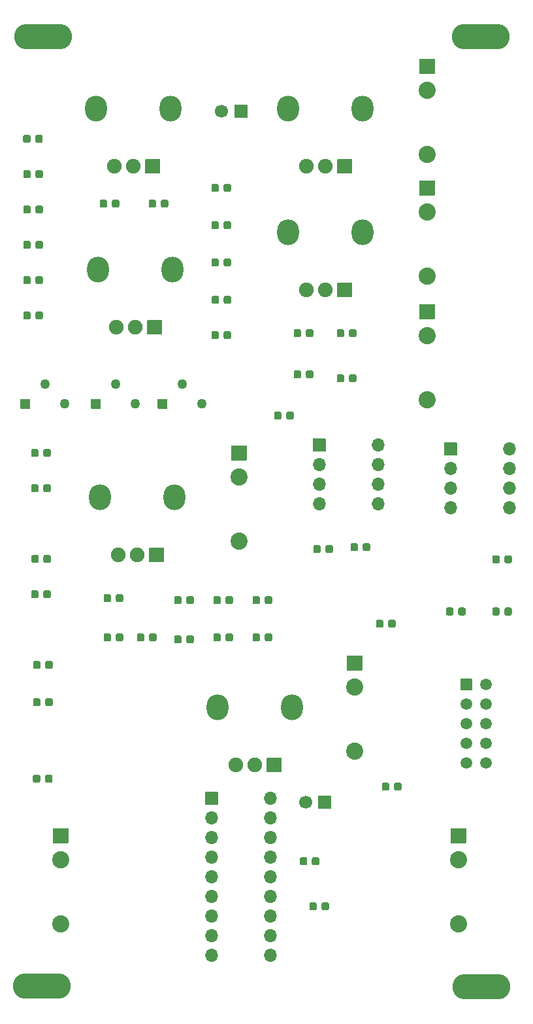
<source format=gts>
%TF.GenerationSoftware,KiCad,Pcbnew,5.1.8*%
%TF.CreationDate,2020-12-17T16:54:15+01:00*%
%TF.ProjectId,AS3320-VCF,41533333-3230-42d5-9643-462e6b696361,1*%
%TF.SameCoordinates,Original*%
%TF.FileFunction,Soldermask,Top*%
%TF.FilePolarity,Negative*%
%FSLAX46Y46*%
G04 Gerber Fmt 4.6, Leading zero omitted, Abs format (unit mm)*
G04 Created by KiCad (PCBNEW 5.1.8) date 2020-12-17 16:54:15*
%MOMM*%
%LPD*%
G01*
G04 APERTURE LIST*
%ADD10O,1.700000X1.700000*%
%ADD11C,1.268000*%
%ADD12C,1.900000*%
%ADD13O,2.820000X3.340000*%
%ADD14C,2.230000*%
%ADD15C,1.498000*%
%ADD16C,1.700000*%
%ADD17O,7.500000X3.300000*%
G04 APERTURE END LIST*
D10*
%TO.C,U3*%
X152654000Y-83820000D03*
X145034000Y-91440000D03*
X152654000Y-86360000D03*
X145034000Y-88900000D03*
X152654000Y-88900000D03*
X145034000Y-86360000D03*
X152654000Y-91440000D03*
G36*
G01*
X144184000Y-84620000D02*
X144184000Y-83020000D01*
G75*
G02*
X144234000Y-82970000I50000J0D01*
G01*
X145834000Y-82970000D01*
G75*
G02*
X145884000Y-83020000I0J-50000D01*
G01*
X145884000Y-84620000D01*
G75*
G02*
X145834000Y-84670000I-50000J0D01*
G01*
X144234000Y-84670000D01*
G75*
G02*
X144184000Y-84620000I0J50000D01*
G01*
G37*
%TD*%
%TO.C,U2*%
X138684000Y-129540000D03*
X131064000Y-149860000D03*
X138684000Y-132080000D03*
X131064000Y-147320000D03*
X138684000Y-134620000D03*
X131064000Y-144780000D03*
X138684000Y-137160000D03*
X131064000Y-142240000D03*
X138684000Y-139700000D03*
X131064000Y-139700000D03*
X138684000Y-142240000D03*
X131064000Y-137160000D03*
X138684000Y-144780000D03*
X131064000Y-134620000D03*
X138684000Y-147320000D03*
X131064000Y-132080000D03*
X138684000Y-149860000D03*
G36*
G01*
X130214000Y-130340000D02*
X130214000Y-128740000D01*
G75*
G02*
X130264000Y-128690000I50000J0D01*
G01*
X131864000Y-128690000D01*
G75*
G02*
X131914000Y-128740000I0J-50000D01*
G01*
X131914000Y-130340000D01*
G75*
G02*
X131864000Y-130390000I-50000J0D01*
G01*
X130264000Y-130390000D01*
G75*
G02*
X130214000Y-130340000I0J50000D01*
G01*
G37*
%TD*%
%TO.C,U1*%
X169672000Y-84328000D03*
X162052000Y-91948000D03*
X169672000Y-86868000D03*
X162052000Y-89408000D03*
X169672000Y-89408000D03*
X162052000Y-86868000D03*
X169672000Y-91948000D03*
G36*
G01*
X161202000Y-85128000D02*
X161202000Y-83528000D01*
G75*
G02*
X161252000Y-83478000I50000J0D01*
G01*
X162852000Y-83478000D01*
G75*
G02*
X162902000Y-83528000I0J-50000D01*
G01*
X162902000Y-85128000D01*
G75*
G02*
X162852000Y-85178000I-50000J0D01*
G01*
X161252000Y-85178000D01*
G75*
G02*
X161202000Y-85128000I0J50000D01*
G01*
G37*
%TD*%
%TO.C,RV9*%
G36*
G01*
X115444000Y-79070000D02*
X115444000Y-77902000D01*
G75*
G02*
X115494000Y-77852000I50000J0D01*
G01*
X116662000Y-77852000D01*
G75*
G02*
X116712000Y-77902000I0J-50000D01*
G01*
X116712000Y-79070000D01*
G75*
G02*
X116662000Y-79120000I-50000J0D01*
G01*
X115494000Y-79120000D01*
G75*
G02*
X115444000Y-79070000I0J50000D01*
G01*
G37*
D11*
X121158000Y-78486000D03*
X118618000Y-75946000D03*
%TD*%
%TO.C,RV8*%
X127254000Y-75946000D03*
X129794000Y-78486000D03*
G36*
G01*
X124080000Y-79070000D02*
X124080000Y-77902000D01*
G75*
G02*
X124130000Y-77852000I50000J0D01*
G01*
X125298000Y-77852000D01*
G75*
G02*
X125348000Y-77902000I0J-50000D01*
G01*
X125348000Y-79070000D01*
G75*
G02*
X125298000Y-79120000I-50000J0D01*
G01*
X124130000Y-79120000D01*
G75*
G02*
X124080000Y-79070000I0J50000D01*
G01*
G37*
%TD*%
%TO.C,RV7*%
X109474000Y-75946000D03*
X112014000Y-78486000D03*
G36*
G01*
X106300000Y-79070000D02*
X106300000Y-77902000D01*
G75*
G02*
X106350000Y-77852000I50000J0D01*
G01*
X107518000Y-77852000D01*
G75*
G02*
X107568000Y-77902000I0J-50000D01*
G01*
X107568000Y-79070000D01*
G75*
G02*
X107518000Y-79120000I-50000J0D01*
G01*
X106350000Y-79120000D01*
G75*
G02*
X106300000Y-79070000I0J50000D01*
G01*
G37*
%TD*%
%TO.C,RV6*%
G36*
G01*
X147386000Y-48652000D02*
X147386000Y-46852000D01*
G75*
G02*
X147436000Y-46802000I50000J0D01*
G01*
X149236000Y-46802000D01*
G75*
G02*
X149286000Y-46852000I0J-50000D01*
G01*
X149286000Y-48652000D01*
G75*
G02*
X149236000Y-48702000I-50000J0D01*
G01*
X147436000Y-48702000D01*
G75*
G02*
X147386000Y-48652000I0J50000D01*
G01*
G37*
D12*
X145836000Y-47752000D03*
X143336000Y-47752000D03*
D13*
X141036000Y-40252000D03*
X150636000Y-40252000D03*
%TD*%
%TO.C,RV5*%
G36*
G01*
X147386000Y-64654000D02*
X147386000Y-62854000D01*
G75*
G02*
X147436000Y-62804000I50000J0D01*
G01*
X149236000Y-62804000D01*
G75*
G02*
X149286000Y-62854000I0J-50000D01*
G01*
X149286000Y-64654000D01*
G75*
G02*
X149236000Y-64704000I-50000J0D01*
G01*
X147436000Y-64704000D01*
G75*
G02*
X147386000Y-64654000I0J50000D01*
G01*
G37*
D12*
X145836000Y-63754000D03*
X143336000Y-63754000D03*
D13*
X141036000Y-56254000D03*
X150636000Y-56254000D03*
%TD*%
%TO.C,RES*%
X125998000Y-61080000D03*
X116398000Y-61080000D03*
D12*
X118698000Y-68580000D03*
X121198000Y-68580000D03*
G36*
G01*
X122748000Y-69480000D02*
X122748000Y-67680000D01*
G75*
G02*
X122798000Y-67630000I50000J0D01*
G01*
X124598000Y-67630000D01*
G75*
G02*
X124648000Y-67680000I0J-50000D01*
G01*
X124648000Y-69480000D01*
G75*
G02*
X124598000Y-69530000I-50000J0D01*
G01*
X122798000Y-69530000D01*
G75*
G02*
X122748000Y-69480000I0J50000D01*
G01*
G37*
%TD*%
D13*
%TO.C,FREQ*%
X125744000Y-40252000D03*
X116144000Y-40252000D03*
D12*
X118444000Y-47752000D03*
X120944000Y-47752000D03*
G36*
G01*
X122494000Y-48652000D02*
X122494000Y-46852000D01*
G75*
G02*
X122544000Y-46802000I50000J0D01*
G01*
X124344000Y-46802000D01*
G75*
G02*
X124394000Y-46852000I0J-50000D01*
G01*
X124394000Y-48652000D01*
G75*
G02*
X124344000Y-48702000I-50000J0D01*
G01*
X122544000Y-48702000D01*
G75*
G02*
X122494000Y-48652000I0J50000D01*
G01*
G37*
%TD*%
D13*
%TO.C,RV2*%
X126252000Y-90544000D03*
X116652000Y-90544000D03*
D12*
X118952000Y-98044000D03*
X121452000Y-98044000D03*
G36*
G01*
X123002000Y-98944000D02*
X123002000Y-97144000D01*
G75*
G02*
X123052000Y-97094000I50000J0D01*
G01*
X124852000Y-97094000D01*
G75*
G02*
X124902000Y-97144000I0J-50000D01*
G01*
X124902000Y-98944000D01*
G75*
G02*
X124852000Y-98994000I-50000J0D01*
G01*
X123052000Y-98994000D01*
G75*
G02*
X123002000Y-98944000I0J50000D01*
G01*
G37*
%TD*%
D13*
%TO.C,RV1*%
X141492000Y-117722000D03*
X131892000Y-117722000D03*
D12*
X134192000Y-125222000D03*
X136692000Y-125222000D03*
G36*
G01*
X138242000Y-126122000D02*
X138242000Y-124322000D01*
G75*
G02*
X138292000Y-124272000I50000J0D01*
G01*
X140092000Y-124272000D01*
G75*
G02*
X140142000Y-124322000I0J-50000D01*
G01*
X140142000Y-126122000D01*
G75*
G02*
X140092000Y-126172000I-50000J0D01*
G01*
X138292000Y-126172000D01*
G75*
G02*
X138242000Y-126122000I0J50000D01*
G01*
G37*
%TD*%
%TO.C,R33*%
G36*
G01*
X148890000Y-75465250D02*
X148890000Y-74902750D01*
G75*
G02*
X149133750Y-74659000I243750J0D01*
G01*
X149621250Y-74659000D01*
G75*
G02*
X149865000Y-74902750I0J-243750D01*
G01*
X149865000Y-75465250D01*
G75*
G02*
X149621250Y-75709000I-243750J0D01*
G01*
X149133750Y-75709000D01*
G75*
G02*
X148890000Y-75465250I0J243750D01*
G01*
G37*
G36*
G01*
X147315000Y-75465250D02*
X147315000Y-74902750D01*
G75*
G02*
X147558750Y-74659000I243750J0D01*
G01*
X148046250Y-74659000D01*
G75*
G02*
X148290000Y-74902750I0J-243750D01*
G01*
X148290000Y-75465250D01*
G75*
G02*
X148046250Y-75709000I-243750J0D01*
G01*
X147558750Y-75709000D01*
G75*
G02*
X147315000Y-75465250I0J243750D01*
G01*
G37*
%TD*%
%TO.C,R32*%
G36*
G01*
X148890000Y-69623250D02*
X148890000Y-69060750D01*
G75*
G02*
X149133750Y-68817000I243750J0D01*
G01*
X149621250Y-68817000D01*
G75*
G02*
X149865000Y-69060750I0J-243750D01*
G01*
X149865000Y-69623250D01*
G75*
G02*
X149621250Y-69867000I-243750J0D01*
G01*
X149133750Y-69867000D01*
G75*
G02*
X148890000Y-69623250I0J243750D01*
G01*
G37*
G36*
G01*
X147315000Y-69623250D02*
X147315000Y-69060750D01*
G75*
G02*
X147558750Y-68817000I243750J0D01*
G01*
X148046250Y-68817000D01*
G75*
G02*
X148290000Y-69060750I0J-243750D01*
G01*
X148290000Y-69623250D01*
G75*
G02*
X148046250Y-69867000I-243750J0D01*
G01*
X147558750Y-69867000D01*
G75*
G02*
X147315000Y-69623250I0J243750D01*
G01*
G37*
%TD*%
%TO.C,R31*%
G36*
G01*
X142702000Y-69060750D02*
X142702000Y-69623250D01*
G75*
G02*
X142458250Y-69867000I-243750J0D01*
G01*
X141970750Y-69867000D01*
G75*
G02*
X141727000Y-69623250I0J243750D01*
G01*
X141727000Y-69060750D01*
G75*
G02*
X141970750Y-68817000I243750J0D01*
G01*
X142458250Y-68817000D01*
G75*
G02*
X142702000Y-69060750I0J-243750D01*
G01*
G37*
G36*
G01*
X144277000Y-69060750D02*
X144277000Y-69623250D01*
G75*
G02*
X144033250Y-69867000I-243750J0D01*
G01*
X143545750Y-69867000D01*
G75*
G02*
X143302000Y-69623250I0J243750D01*
G01*
X143302000Y-69060750D01*
G75*
G02*
X143545750Y-68817000I243750J0D01*
G01*
X144033250Y-68817000D01*
G75*
G02*
X144277000Y-69060750I0J-243750D01*
G01*
G37*
%TD*%
%TO.C,R30*%
G36*
G01*
X150668000Y-97309250D02*
X150668000Y-96746750D01*
G75*
G02*
X150911750Y-96503000I243750J0D01*
G01*
X151399250Y-96503000D01*
G75*
G02*
X151643000Y-96746750I0J-243750D01*
G01*
X151643000Y-97309250D01*
G75*
G02*
X151399250Y-97553000I-243750J0D01*
G01*
X150911750Y-97553000D01*
G75*
G02*
X150668000Y-97309250I0J243750D01*
G01*
G37*
G36*
G01*
X149093000Y-97309250D02*
X149093000Y-96746750D01*
G75*
G02*
X149336750Y-96503000I243750J0D01*
G01*
X149824250Y-96503000D01*
G75*
G02*
X150068000Y-96746750I0J-243750D01*
G01*
X150068000Y-97309250D01*
G75*
G02*
X149824250Y-97553000I-243750J0D01*
G01*
X149336750Y-97553000D01*
G75*
G02*
X149093000Y-97309250I0J243750D01*
G01*
G37*
%TD*%
%TO.C,R29*%
G36*
G01*
X106675000Y-53621250D02*
X106675000Y-53058750D01*
G75*
G02*
X106918750Y-52815000I243750J0D01*
G01*
X107406250Y-52815000D01*
G75*
G02*
X107650000Y-53058750I0J-243750D01*
G01*
X107650000Y-53621250D01*
G75*
G02*
X107406250Y-53865000I-243750J0D01*
G01*
X106918750Y-53865000D01*
G75*
G02*
X106675000Y-53621250I0J243750D01*
G01*
G37*
G36*
G01*
X108250000Y-53621250D02*
X108250000Y-53058750D01*
G75*
G02*
X108493750Y-52815000I243750J0D01*
G01*
X108981250Y-52815000D01*
G75*
G02*
X109225000Y-53058750I0J-243750D01*
G01*
X109225000Y-53621250D01*
G75*
G02*
X108981250Y-53865000I-243750J0D01*
G01*
X108493750Y-53865000D01*
G75*
G02*
X108250000Y-53621250I0J243750D01*
G01*
G37*
%TD*%
%TO.C,R28*%
G36*
G01*
X145334000Y-143791250D02*
X145334000Y-143228750D01*
G75*
G02*
X145577750Y-142985000I243750J0D01*
G01*
X146065250Y-142985000D01*
G75*
G02*
X146309000Y-143228750I0J-243750D01*
G01*
X146309000Y-143791250D01*
G75*
G02*
X146065250Y-144035000I-243750J0D01*
G01*
X145577750Y-144035000D01*
G75*
G02*
X145334000Y-143791250I0J243750D01*
G01*
G37*
G36*
G01*
X143759000Y-143791250D02*
X143759000Y-143228750D01*
G75*
G02*
X144002750Y-142985000I243750J0D01*
G01*
X144490250Y-142985000D01*
G75*
G02*
X144734000Y-143228750I0J-243750D01*
G01*
X144734000Y-143791250D01*
G75*
G02*
X144490250Y-144035000I-243750J0D01*
G01*
X144002750Y-144035000D01*
G75*
G02*
X143759000Y-143791250I0J243750D01*
G01*
G37*
%TD*%
%TO.C,R27*%
G36*
G01*
X144090000Y-137949250D02*
X144090000Y-137386750D01*
G75*
G02*
X144333750Y-137143000I243750J0D01*
G01*
X144821250Y-137143000D01*
G75*
G02*
X145065000Y-137386750I0J-243750D01*
G01*
X145065000Y-137949250D01*
G75*
G02*
X144821250Y-138193000I-243750J0D01*
G01*
X144333750Y-138193000D01*
G75*
G02*
X144090000Y-137949250I0J243750D01*
G01*
G37*
G36*
G01*
X142515000Y-137949250D02*
X142515000Y-137386750D01*
G75*
G02*
X142758750Y-137143000I243750J0D01*
G01*
X143246250Y-137143000D01*
G75*
G02*
X143490000Y-137386750I0J-243750D01*
G01*
X143490000Y-137949250D01*
G75*
G02*
X143246250Y-138193000I-243750J0D01*
G01*
X142758750Y-138193000D01*
G75*
G02*
X142515000Y-137949250I0J243750D01*
G01*
G37*
%TD*%
%TO.C,R26*%
G36*
G01*
X108666000Y-102842750D02*
X108666000Y-103405250D01*
G75*
G02*
X108422250Y-103649000I-243750J0D01*
G01*
X107934750Y-103649000D01*
G75*
G02*
X107691000Y-103405250I0J243750D01*
G01*
X107691000Y-102842750D01*
G75*
G02*
X107934750Y-102599000I243750J0D01*
G01*
X108422250Y-102599000D01*
G75*
G02*
X108666000Y-102842750I0J-243750D01*
G01*
G37*
G36*
G01*
X110241000Y-102842750D02*
X110241000Y-103405250D01*
G75*
G02*
X109997250Y-103649000I-243750J0D01*
G01*
X109509750Y-103649000D01*
G75*
G02*
X109266000Y-103405250I0J243750D01*
G01*
X109266000Y-102842750D01*
G75*
G02*
X109509750Y-102599000I243750J0D01*
G01*
X109997250Y-102599000D01*
G75*
G02*
X110241000Y-102842750I0J-243750D01*
G01*
G37*
%TD*%
%TO.C,R25*%
G36*
G01*
X108692000Y-98270750D02*
X108692000Y-98833250D01*
G75*
G02*
X108448250Y-99077000I-243750J0D01*
G01*
X107960750Y-99077000D01*
G75*
G02*
X107717000Y-98833250I0J243750D01*
G01*
X107717000Y-98270750D01*
G75*
G02*
X107960750Y-98027000I243750J0D01*
G01*
X108448250Y-98027000D01*
G75*
G02*
X108692000Y-98270750I0J-243750D01*
G01*
G37*
G36*
G01*
X110267000Y-98270750D02*
X110267000Y-98833250D01*
G75*
G02*
X110023250Y-99077000I-243750J0D01*
G01*
X109535750Y-99077000D01*
G75*
G02*
X109292000Y-98833250I0J243750D01*
G01*
X109292000Y-98270750D01*
G75*
G02*
X109535750Y-98027000I243750J0D01*
G01*
X110023250Y-98027000D01*
G75*
G02*
X110267000Y-98270750I0J-243750D01*
G01*
G37*
%TD*%
%TO.C,R24*%
G36*
G01*
X154732000Y-128297250D02*
X154732000Y-127734750D01*
G75*
G02*
X154975750Y-127491000I243750J0D01*
G01*
X155463250Y-127491000D01*
G75*
G02*
X155707000Y-127734750I0J-243750D01*
G01*
X155707000Y-128297250D01*
G75*
G02*
X155463250Y-128541000I-243750J0D01*
G01*
X154975750Y-128541000D01*
G75*
G02*
X154732000Y-128297250I0J243750D01*
G01*
G37*
G36*
G01*
X153157000Y-128297250D02*
X153157000Y-127734750D01*
G75*
G02*
X153400750Y-127491000I243750J0D01*
G01*
X153888250Y-127491000D01*
G75*
G02*
X154132000Y-127734750I0J-243750D01*
G01*
X154132000Y-128297250D01*
G75*
G02*
X153888250Y-128541000I-243750J0D01*
G01*
X153400750Y-128541000D01*
G75*
G02*
X153157000Y-128297250I0J243750D01*
G01*
G37*
%TD*%
%TO.C,R23*%
G36*
G01*
X132660000Y-65305250D02*
X132660000Y-64742750D01*
G75*
G02*
X132903750Y-64499000I243750J0D01*
G01*
X133391250Y-64499000D01*
G75*
G02*
X133635000Y-64742750I0J-243750D01*
G01*
X133635000Y-65305250D01*
G75*
G02*
X133391250Y-65549000I-243750J0D01*
G01*
X132903750Y-65549000D01*
G75*
G02*
X132660000Y-65305250I0J243750D01*
G01*
G37*
G36*
G01*
X131085000Y-65305250D02*
X131085000Y-64742750D01*
G75*
G02*
X131328750Y-64499000I243750J0D01*
G01*
X131816250Y-64499000D01*
G75*
G02*
X132060000Y-64742750I0J-243750D01*
G01*
X132060000Y-65305250D01*
G75*
G02*
X131816250Y-65549000I-243750J0D01*
G01*
X131328750Y-65549000D01*
G75*
G02*
X131085000Y-65305250I0J243750D01*
G01*
G37*
%TD*%
%TO.C,R22*%
G36*
G01*
X122982000Y-108993250D02*
X122982000Y-108430750D01*
G75*
G02*
X123225750Y-108187000I243750J0D01*
G01*
X123713250Y-108187000D01*
G75*
G02*
X123957000Y-108430750I0J-243750D01*
G01*
X123957000Y-108993250D01*
G75*
G02*
X123713250Y-109237000I-243750J0D01*
G01*
X123225750Y-109237000D01*
G75*
G02*
X122982000Y-108993250I0J243750D01*
G01*
G37*
G36*
G01*
X121407000Y-108993250D02*
X121407000Y-108430750D01*
G75*
G02*
X121650750Y-108187000I243750J0D01*
G01*
X122138250Y-108187000D01*
G75*
G02*
X122382000Y-108430750I0J-243750D01*
G01*
X122382000Y-108993250D01*
G75*
G02*
X122138250Y-109237000I-243750J0D01*
G01*
X121650750Y-109237000D01*
G75*
G02*
X121407000Y-108993250I0J243750D01*
G01*
G37*
%TD*%
%TO.C,R21*%
G36*
G01*
X132634000Y-60479250D02*
X132634000Y-59916750D01*
G75*
G02*
X132877750Y-59673000I243750J0D01*
G01*
X133365250Y-59673000D01*
G75*
G02*
X133609000Y-59916750I0J-243750D01*
G01*
X133609000Y-60479250D01*
G75*
G02*
X133365250Y-60723000I-243750J0D01*
G01*
X132877750Y-60723000D01*
G75*
G02*
X132634000Y-60479250I0J243750D01*
G01*
G37*
G36*
G01*
X131059000Y-60479250D02*
X131059000Y-59916750D01*
G75*
G02*
X131302750Y-59673000I243750J0D01*
G01*
X131790250Y-59673000D01*
G75*
G02*
X132034000Y-59916750I0J-243750D01*
G01*
X132034000Y-60479250D01*
G75*
G02*
X131790250Y-60723000I-243750J0D01*
G01*
X131302750Y-60723000D01*
G75*
G02*
X131059000Y-60479250I0J243750D01*
G01*
G37*
%TD*%
%TO.C,R20*%
G36*
G01*
X145242000Y-97000750D02*
X145242000Y-97563250D01*
G75*
G02*
X144998250Y-97807000I-243750J0D01*
G01*
X144510750Y-97807000D01*
G75*
G02*
X144267000Y-97563250I0J243750D01*
G01*
X144267000Y-97000750D01*
G75*
G02*
X144510750Y-96757000I243750J0D01*
G01*
X144998250Y-96757000D01*
G75*
G02*
X145242000Y-97000750I0J-243750D01*
G01*
G37*
G36*
G01*
X146817000Y-97000750D02*
X146817000Y-97563250D01*
G75*
G02*
X146573250Y-97807000I-243750J0D01*
G01*
X146085750Y-97807000D01*
G75*
G02*
X145842000Y-97563250I0J243750D01*
G01*
X145842000Y-97000750D01*
G75*
G02*
X146085750Y-96757000I243750J0D01*
G01*
X146573250Y-96757000D01*
G75*
G02*
X146817000Y-97000750I0J-243750D01*
G01*
G37*
%TD*%
%TO.C,R19*%
G36*
G01*
X127808000Y-104167250D02*
X127808000Y-103604750D01*
G75*
G02*
X128051750Y-103361000I243750J0D01*
G01*
X128539250Y-103361000D01*
G75*
G02*
X128783000Y-103604750I0J-243750D01*
G01*
X128783000Y-104167250D01*
G75*
G02*
X128539250Y-104411000I-243750J0D01*
G01*
X128051750Y-104411000D01*
G75*
G02*
X127808000Y-104167250I0J243750D01*
G01*
G37*
G36*
G01*
X126233000Y-104167250D02*
X126233000Y-103604750D01*
G75*
G02*
X126476750Y-103361000I243750J0D01*
G01*
X126964250Y-103361000D01*
G75*
G02*
X127208000Y-103604750I0J-243750D01*
G01*
X127208000Y-104167250D01*
G75*
G02*
X126964250Y-104411000I-243750J0D01*
G01*
X126476750Y-104411000D01*
G75*
G02*
X126233000Y-104167250I0J243750D01*
G01*
G37*
%TD*%
%TO.C,R18*%
G36*
G01*
X132634000Y-55653250D02*
X132634000Y-55090750D01*
G75*
G02*
X132877750Y-54847000I243750J0D01*
G01*
X133365250Y-54847000D01*
G75*
G02*
X133609000Y-55090750I0J-243750D01*
G01*
X133609000Y-55653250D01*
G75*
G02*
X133365250Y-55897000I-243750J0D01*
G01*
X132877750Y-55897000D01*
G75*
G02*
X132634000Y-55653250I0J243750D01*
G01*
G37*
G36*
G01*
X131059000Y-55653250D02*
X131059000Y-55090750D01*
G75*
G02*
X131302750Y-54847000I243750J0D01*
G01*
X131790250Y-54847000D01*
G75*
G02*
X132034000Y-55090750I0J-243750D01*
G01*
X132034000Y-55653250D01*
G75*
G02*
X131790250Y-55897000I-243750J0D01*
G01*
X131302750Y-55897000D01*
G75*
G02*
X131059000Y-55653250I0J243750D01*
G01*
G37*
%TD*%
%TO.C,R17*%
G36*
G01*
X132634000Y-50827250D02*
X132634000Y-50264750D01*
G75*
G02*
X132877750Y-50021000I243750J0D01*
G01*
X133365250Y-50021000D01*
G75*
G02*
X133609000Y-50264750I0J-243750D01*
G01*
X133609000Y-50827250D01*
G75*
G02*
X133365250Y-51071000I-243750J0D01*
G01*
X132877750Y-51071000D01*
G75*
G02*
X132634000Y-50827250I0J243750D01*
G01*
G37*
G36*
G01*
X131059000Y-50827250D02*
X131059000Y-50264750D01*
G75*
G02*
X131302750Y-50021000I243750J0D01*
G01*
X131790250Y-50021000D01*
G75*
G02*
X132034000Y-50264750I0J-243750D01*
G01*
X132034000Y-50827250D01*
G75*
G02*
X131790250Y-51071000I-243750J0D01*
G01*
X131302750Y-51071000D01*
G75*
G02*
X131059000Y-50827250I0J243750D01*
G01*
G37*
%TD*%
%TO.C,R16*%
G36*
G01*
X138943000Y-103604750D02*
X138943000Y-104167250D01*
G75*
G02*
X138699250Y-104411000I-243750J0D01*
G01*
X138211750Y-104411000D01*
G75*
G02*
X137968000Y-104167250I0J243750D01*
G01*
X137968000Y-103604750D01*
G75*
G02*
X138211750Y-103361000I243750J0D01*
G01*
X138699250Y-103361000D01*
G75*
G02*
X138943000Y-103604750I0J-243750D01*
G01*
G37*
G36*
G01*
X137368000Y-103604750D02*
X137368000Y-104167250D01*
G75*
G02*
X137124250Y-104411000I-243750J0D01*
G01*
X136636750Y-104411000D01*
G75*
G02*
X136393000Y-104167250I0J243750D01*
G01*
X136393000Y-103604750D01*
G75*
G02*
X136636750Y-103361000I243750J0D01*
G01*
X137124250Y-103361000D01*
G75*
G02*
X137368000Y-103604750I0J-243750D01*
G01*
G37*
%TD*%
%TO.C,R15*%
G36*
G01*
X109494000Y-127281250D02*
X109494000Y-126718750D01*
G75*
G02*
X109737750Y-126475000I243750J0D01*
G01*
X110225250Y-126475000D01*
G75*
G02*
X110469000Y-126718750I0J-243750D01*
G01*
X110469000Y-127281250D01*
G75*
G02*
X110225250Y-127525000I-243750J0D01*
G01*
X109737750Y-127525000D01*
G75*
G02*
X109494000Y-127281250I0J243750D01*
G01*
G37*
G36*
G01*
X107919000Y-127281250D02*
X107919000Y-126718750D01*
G75*
G02*
X108162750Y-126475000I243750J0D01*
G01*
X108650250Y-126475000D01*
G75*
G02*
X108894000Y-126718750I0J-243750D01*
G01*
X108894000Y-127281250D01*
G75*
G02*
X108650250Y-127525000I-243750J0D01*
G01*
X108162750Y-127525000D01*
G75*
G02*
X107919000Y-127281250I0J243750D01*
G01*
G37*
%TD*%
%TO.C,R14*%
G36*
G01*
X109266000Y-85117250D02*
X109266000Y-84554750D01*
G75*
G02*
X109509750Y-84311000I243750J0D01*
G01*
X109997250Y-84311000D01*
G75*
G02*
X110241000Y-84554750I0J-243750D01*
G01*
X110241000Y-85117250D01*
G75*
G02*
X109997250Y-85361000I-243750J0D01*
G01*
X109509750Y-85361000D01*
G75*
G02*
X109266000Y-85117250I0J243750D01*
G01*
G37*
G36*
G01*
X107691000Y-85117250D02*
X107691000Y-84554750D01*
G75*
G02*
X107934750Y-84311000I243750J0D01*
G01*
X108422250Y-84311000D01*
G75*
G02*
X108666000Y-84554750I0J-243750D01*
G01*
X108666000Y-85117250D01*
G75*
G02*
X108422250Y-85361000I-243750J0D01*
G01*
X107934750Y-85361000D01*
G75*
G02*
X107691000Y-85117250I0J243750D01*
G01*
G37*
%TD*%
%TO.C,R13*%
G36*
G01*
X118156000Y-52859250D02*
X118156000Y-52296750D01*
G75*
G02*
X118399750Y-52053000I243750J0D01*
G01*
X118887250Y-52053000D01*
G75*
G02*
X119131000Y-52296750I0J-243750D01*
G01*
X119131000Y-52859250D01*
G75*
G02*
X118887250Y-53103000I-243750J0D01*
G01*
X118399750Y-53103000D01*
G75*
G02*
X118156000Y-52859250I0J243750D01*
G01*
G37*
G36*
G01*
X116581000Y-52859250D02*
X116581000Y-52296750D01*
G75*
G02*
X116824750Y-52053000I243750J0D01*
G01*
X117312250Y-52053000D01*
G75*
G02*
X117556000Y-52296750I0J-243750D01*
G01*
X117556000Y-52859250D01*
G75*
G02*
X117312250Y-53103000I-243750J0D01*
G01*
X116824750Y-53103000D01*
G75*
G02*
X116581000Y-52859250I0J243750D01*
G01*
G37*
%TD*%
%TO.C,R12*%
G36*
G01*
X124506000Y-52859250D02*
X124506000Y-52296750D01*
G75*
G02*
X124749750Y-52053000I243750J0D01*
G01*
X125237250Y-52053000D01*
G75*
G02*
X125481000Y-52296750I0J-243750D01*
G01*
X125481000Y-52859250D01*
G75*
G02*
X125237250Y-53103000I-243750J0D01*
G01*
X124749750Y-53103000D01*
G75*
G02*
X124506000Y-52859250I0J243750D01*
G01*
G37*
G36*
G01*
X122931000Y-52859250D02*
X122931000Y-52296750D01*
G75*
G02*
X123174750Y-52053000I243750J0D01*
G01*
X123662250Y-52053000D01*
G75*
G02*
X123906000Y-52296750I0J-243750D01*
G01*
X123906000Y-52859250D01*
G75*
G02*
X123662250Y-53103000I-243750J0D01*
G01*
X123174750Y-53103000D01*
G75*
G02*
X122931000Y-52859250I0J243750D01*
G01*
G37*
%TD*%
%TO.C,R11*%
G36*
G01*
X108250000Y-62765250D02*
X108250000Y-62202750D01*
G75*
G02*
X108493750Y-61959000I243750J0D01*
G01*
X108981250Y-61959000D01*
G75*
G02*
X109225000Y-62202750I0J-243750D01*
G01*
X109225000Y-62765250D01*
G75*
G02*
X108981250Y-63009000I-243750J0D01*
G01*
X108493750Y-63009000D01*
G75*
G02*
X108250000Y-62765250I0J243750D01*
G01*
G37*
G36*
G01*
X106675000Y-62765250D02*
X106675000Y-62202750D01*
G75*
G02*
X106918750Y-61959000I243750J0D01*
G01*
X107406250Y-61959000D01*
G75*
G02*
X107650000Y-62202750I0J-243750D01*
G01*
X107650000Y-62765250D01*
G75*
G02*
X107406250Y-63009000I-243750J0D01*
G01*
X106918750Y-63009000D01*
G75*
G02*
X106675000Y-62765250I0J243750D01*
G01*
G37*
%TD*%
%TO.C,R10*%
G36*
G01*
X108250000Y-49049250D02*
X108250000Y-48486750D01*
G75*
G02*
X108493750Y-48243000I243750J0D01*
G01*
X108981250Y-48243000D01*
G75*
G02*
X109225000Y-48486750I0J-243750D01*
G01*
X109225000Y-49049250D01*
G75*
G02*
X108981250Y-49293000I-243750J0D01*
G01*
X108493750Y-49293000D01*
G75*
G02*
X108250000Y-49049250I0J243750D01*
G01*
G37*
G36*
G01*
X106675000Y-49049250D02*
X106675000Y-48486750D01*
G75*
G02*
X106918750Y-48243000I243750J0D01*
G01*
X107406250Y-48243000D01*
G75*
G02*
X107650000Y-48486750I0J-243750D01*
G01*
X107650000Y-49049250D01*
G75*
G02*
X107406250Y-49293000I-243750J0D01*
G01*
X106918750Y-49293000D01*
G75*
G02*
X106675000Y-49049250I0J243750D01*
G01*
G37*
%TD*%
%TO.C,R9*%
G36*
G01*
X108224000Y-44477250D02*
X108224000Y-43914750D01*
G75*
G02*
X108467750Y-43671000I243750J0D01*
G01*
X108955250Y-43671000D01*
G75*
G02*
X109199000Y-43914750I0J-243750D01*
G01*
X109199000Y-44477250D01*
G75*
G02*
X108955250Y-44721000I-243750J0D01*
G01*
X108467750Y-44721000D01*
G75*
G02*
X108224000Y-44477250I0J243750D01*
G01*
G37*
G36*
G01*
X106649000Y-44477250D02*
X106649000Y-43914750D01*
G75*
G02*
X106892750Y-43671000I243750J0D01*
G01*
X107380250Y-43671000D01*
G75*
G02*
X107624000Y-43914750I0J-243750D01*
G01*
X107624000Y-44477250D01*
G75*
G02*
X107380250Y-44721000I-243750J0D01*
G01*
X106892750Y-44721000D01*
G75*
G02*
X106649000Y-44477250I0J243750D01*
G01*
G37*
%TD*%
%TO.C,R8*%
G36*
G01*
X109266000Y-89689250D02*
X109266000Y-89126750D01*
G75*
G02*
X109509750Y-88883000I243750J0D01*
G01*
X109997250Y-88883000D01*
G75*
G02*
X110241000Y-89126750I0J-243750D01*
G01*
X110241000Y-89689250D01*
G75*
G02*
X109997250Y-89933000I-243750J0D01*
G01*
X109509750Y-89933000D01*
G75*
G02*
X109266000Y-89689250I0J243750D01*
G01*
G37*
G36*
G01*
X107691000Y-89689250D02*
X107691000Y-89126750D01*
G75*
G02*
X107934750Y-88883000I243750J0D01*
G01*
X108422250Y-88883000D01*
G75*
G02*
X108666000Y-89126750I0J-243750D01*
G01*
X108666000Y-89689250D01*
G75*
G02*
X108422250Y-89933000I-243750J0D01*
G01*
X107934750Y-89933000D01*
G75*
G02*
X107691000Y-89689250I0J243750D01*
G01*
G37*
%TD*%
%TO.C,R7*%
G36*
G01*
X118664000Y-103913250D02*
X118664000Y-103350750D01*
G75*
G02*
X118907750Y-103107000I243750J0D01*
G01*
X119395250Y-103107000D01*
G75*
G02*
X119639000Y-103350750I0J-243750D01*
G01*
X119639000Y-103913250D01*
G75*
G02*
X119395250Y-104157000I-243750J0D01*
G01*
X118907750Y-104157000D01*
G75*
G02*
X118664000Y-103913250I0J243750D01*
G01*
G37*
G36*
G01*
X117089000Y-103913250D02*
X117089000Y-103350750D01*
G75*
G02*
X117332750Y-103107000I243750J0D01*
G01*
X117820250Y-103107000D01*
G75*
G02*
X118064000Y-103350750I0J-243750D01*
G01*
X118064000Y-103913250D01*
G75*
G02*
X117820250Y-104157000I-243750J0D01*
G01*
X117332750Y-104157000D01*
G75*
G02*
X117089000Y-103913250I0J243750D01*
G01*
G37*
%TD*%
%TO.C,R6*%
G36*
G01*
X132888000Y-104167250D02*
X132888000Y-103604750D01*
G75*
G02*
X133131750Y-103361000I243750J0D01*
G01*
X133619250Y-103361000D01*
G75*
G02*
X133863000Y-103604750I0J-243750D01*
G01*
X133863000Y-104167250D01*
G75*
G02*
X133619250Y-104411000I-243750J0D01*
G01*
X133131750Y-104411000D01*
G75*
G02*
X132888000Y-104167250I0J243750D01*
G01*
G37*
G36*
G01*
X131313000Y-104167250D02*
X131313000Y-103604750D01*
G75*
G02*
X131556750Y-103361000I243750J0D01*
G01*
X132044250Y-103361000D01*
G75*
G02*
X132288000Y-103604750I0J-243750D01*
G01*
X132288000Y-104167250D01*
G75*
G02*
X132044250Y-104411000I-243750J0D01*
G01*
X131556750Y-104411000D01*
G75*
G02*
X131313000Y-104167250I0J243750D01*
G01*
G37*
%TD*%
%TO.C,R5*%
G36*
G01*
X118664000Y-108993250D02*
X118664000Y-108430750D01*
G75*
G02*
X118907750Y-108187000I243750J0D01*
G01*
X119395250Y-108187000D01*
G75*
G02*
X119639000Y-108430750I0J-243750D01*
G01*
X119639000Y-108993250D01*
G75*
G02*
X119395250Y-109237000I-243750J0D01*
G01*
X118907750Y-109237000D01*
G75*
G02*
X118664000Y-108993250I0J243750D01*
G01*
G37*
G36*
G01*
X117089000Y-108993250D02*
X117089000Y-108430750D01*
G75*
G02*
X117332750Y-108187000I243750J0D01*
G01*
X117820250Y-108187000D01*
G75*
G02*
X118064000Y-108430750I0J-243750D01*
G01*
X118064000Y-108993250D01*
G75*
G02*
X117820250Y-109237000I-243750J0D01*
G01*
X117332750Y-109237000D01*
G75*
G02*
X117089000Y-108993250I0J243750D01*
G01*
G37*
%TD*%
%TO.C,R4*%
G36*
G01*
X108250000Y-67337250D02*
X108250000Y-66774750D01*
G75*
G02*
X108493750Y-66531000I243750J0D01*
G01*
X108981250Y-66531000D01*
G75*
G02*
X109225000Y-66774750I0J-243750D01*
G01*
X109225000Y-67337250D01*
G75*
G02*
X108981250Y-67581000I-243750J0D01*
G01*
X108493750Y-67581000D01*
G75*
G02*
X108250000Y-67337250I0J243750D01*
G01*
G37*
G36*
G01*
X106675000Y-67337250D02*
X106675000Y-66774750D01*
G75*
G02*
X106918750Y-66531000I243750J0D01*
G01*
X107406250Y-66531000D01*
G75*
G02*
X107650000Y-66774750I0J-243750D01*
G01*
X107650000Y-67337250D01*
G75*
G02*
X107406250Y-67581000I-243750J0D01*
G01*
X106918750Y-67581000D01*
G75*
G02*
X106675000Y-67337250I0J243750D01*
G01*
G37*
%TD*%
%TO.C,R3*%
G36*
G01*
X108250000Y-58193250D02*
X108250000Y-57630750D01*
G75*
G02*
X108493750Y-57387000I243750J0D01*
G01*
X108981250Y-57387000D01*
G75*
G02*
X109225000Y-57630750I0J-243750D01*
G01*
X109225000Y-58193250D01*
G75*
G02*
X108981250Y-58437000I-243750J0D01*
G01*
X108493750Y-58437000D01*
G75*
G02*
X108250000Y-58193250I0J243750D01*
G01*
G37*
G36*
G01*
X106675000Y-58193250D02*
X106675000Y-57630750D01*
G75*
G02*
X106918750Y-57387000I243750J0D01*
G01*
X107406250Y-57387000D01*
G75*
G02*
X107650000Y-57630750I0J-243750D01*
G01*
X107650000Y-58193250D01*
G75*
G02*
X107406250Y-58437000I-243750J0D01*
G01*
X106918750Y-58437000D01*
G75*
G02*
X106675000Y-58193250I0J243750D01*
G01*
G37*
%TD*%
%TO.C,R2*%
G36*
G01*
X126233000Y-109247250D02*
X126233000Y-108684750D01*
G75*
G02*
X126476750Y-108441000I243750J0D01*
G01*
X126964250Y-108441000D01*
G75*
G02*
X127208000Y-108684750I0J-243750D01*
G01*
X127208000Y-109247250D01*
G75*
G02*
X126964250Y-109491000I-243750J0D01*
G01*
X126476750Y-109491000D01*
G75*
G02*
X126233000Y-109247250I0J243750D01*
G01*
G37*
G36*
G01*
X127808000Y-109247250D02*
X127808000Y-108684750D01*
G75*
G02*
X128051750Y-108441000I243750J0D01*
G01*
X128539250Y-108441000D01*
G75*
G02*
X128783000Y-108684750I0J-243750D01*
G01*
X128783000Y-109247250D01*
G75*
G02*
X128539250Y-109491000I-243750J0D01*
G01*
X128051750Y-109491000D01*
G75*
G02*
X127808000Y-109247250I0J243750D01*
G01*
G37*
%TD*%
%TO.C,R1*%
G36*
G01*
X153370000Y-106652750D02*
X153370000Y-107215250D01*
G75*
G02*
X153126250Y-107459000I-243750J0D01*
G01*
X152638750Y-107459000D01*
G75*
G02*
X152395000Y-107215250I0J243750D01*
G01*
X152395000Y-106652750D01*
G75*
G02*
X152638750Y-106409000I243750J0D01*
G01*
X153126250Y-106409000D01*
G75*
G02*
X153370000Y-106652750I0J-243750D01*
G01*
G37*
G36*
G01*
X154945000Y-106652750D02*
X154945000Y-107215250D01*
G75*
G02*
X154701250Y-107459000I-243750J0D01*
G01*
X154213750Y-107459000D01*
G75*
G02*
X153970000Y-107215250I0J243750D01*
G01*
X153970000Y-106652750D01*
G75*
G02*
X154213750Y-106409000I243750J0D01*
G01*
X154701250Y-106409000D01*
G75*
G02*
X154945000Y-106652750I0J-243750D01*
G01*
G37*
%TD*%
D14*
%TO.C,J8*%
X111506000Y-137466000D03*
G36*
G01*
X110491000Y-135281000D02*
X110491000Y-133451000D01*
G75*
G02*
X110541000Y-133401000I50000J0D01*
G01*
X112471000Y-133401000D01*
G75*
G02*
X112521000Y-133451000I0J-50000D01*
G01*
X112521000Y-135281000D01*
G75*
G02*
X112471000Y-135331000I-50000J0D01*
G01*
X110541000Y-135331000D01*
G75*
G02*
X110491000Y-135281000I0J50000D01*
G01*
G37*
X111506000Y-145766000D03*
%TD*%
D15*
%TO.C,J7*%
X164100000Y-124968000D03*
X164100000Y-122428000D03*
X166640000Y-124968000D03*
X166640000Y-122428000D03*
G36*
G01*
X163401000Y-114059000D02*
X164799000Y-114059000D01*
G75*
G02*
X164849000Y-114109000I0J-50000D01*
G01*
X164849000Y-115507000D01*
G75*
G02*
X164799000Y-115557000I-50000J0D01*
G01*
X163401000Y-115557000D01*
G75*
G02*
X163351000Y-115507000I0J50000D01*
G01*
X163351000Y-114109000D01*
G75*
G02*
X163401000Y-114059000I50000J0D01*
G01*
G37*
X164100000Y-117348000D03*
X166640000Y-114808000D03*
X166640000Y-117348000D03*
X164100000Y-119888000D03*
X166640000Y-119888000D03*
%TD*%
D14*
%TO.C,J6*%
X134620000Y-96236000D03*
G36*
G01*
X133605000Y-85751000D02*
X133605000Y-83921000D01*
G75*
G02*
X133655000Y-83871000I50000J0D01*
G01*
X135585000Y-83871000D01*
G75*
G02*
X135635000Y-83921000I0J-50000D01*
G01*
X135635000Y-85751000D01*
G75*
G02*
X135585000Y-85801000I-50000J0D01*
G01*
X133655000Y-85801000D01*
G75*
G02*
X133605000Y-85751000I0J50000D01*
G01*
G37*
X134620000Y-87936000D03*
%TD*%
%TO.C,J5*%
X163068000Y-137466000D03*
G36*
G01*
X162053000Y-135281000D02*
X162053000Y-133451000D01*
G75*
G02*
X162103000Y-133401000I50000J0D01*
G01*
X164033000Y-133401000D01*
G75*
G02*
X164083000Y-133451000I0J-50000D01*
G01*
X164083000Y-135281000D01*
G75*
G02*
X164033000Y-135331000I-50000J0D01*
G01*
X162103000Y-135331000D01*
G75*
G02*
X162053000Y-135281000I0J50000D01*
G01*
G37*
X163068000Y-145766000D03*
%TD*%
%TO.C,J4*%
X149606000Y-123414000D03*
G36*
G01*
X148591000Y-112929000D02*
X148591000Y-111099000D01*
G75*
G02*
X148641000Y-111049000I50000J0D01*
G01*
X150571000Y-111049000D01*
G75*
G02*
X150621000Y-111099000I0J-50000D01*
G01*
X150621000Y-112929000D01*
G75*
G02*
X150571000Y-112979000I-50000J0D01*
G01*
X148641000Y-112979000D01*
G75*
G02*
X148591000Y-112929000I0J50000D01*
G01*
G37*
X149606000Y-115114000D03*
%TD*%
%TO.C,J3*%
X159004000Y-37898000D03*
G36*
G01*
X157989000Y-35713000D02*
X157989000Y-33883000D01*
G75*
G02*
X158039000Y-33833000I50000J0D01*
G01*
X159969000Y-33833000D01*
G75*
G02*
X160019000Y-33883000I0J-50000D01*
G01*
X160019000Y-35713000D01*
G75*
G02*
X159969000Y-35763000I-50000J0D01*
G01*
X158039000Y-35763000D01*
G75*
G02*
X157989000Y-35713000I0J50000D01*
G01*
G37*
X159004000Y-46198000D03*
%TD*%
%TO.C,J2*%
X159004000Y-53646000D03*
G36*
G01*
X157989000Y-51461000D02*
X157989000Y-49631000D01*
G75*
G02*
X158039000Y-49581000I50000J0D01*
G01*
X159969000Y-49581000D01*
G75*
G02*
X160019000Y-49631000I0J-50000D01*
G01*
X160019000Y-51461000D01*
G75*
G02*
X159969000Y-51511000I-50000J0D01*
G01*
X158039000Y-51511000D01*
G75*
G02*
X157989000Y-51461000I0J50000D01*
G01*
G37*
X159004000Y-61946000D03*
%TD*%
%TO.C,J1*%
X159004000Y-77948000D03*
G36*
G01*
X157989000Y-67463000D02*
X157989000Y-65633000D01*
G75*
G02*
X158039000Y-65583000I50000J0D01*
G01*
X159969000Y-65583000D01*
G75*
G02*
X160019000Y-65633000I0J-50000D01*
G01*
X160019000Y-67463000D01*
G75*
G02*
X159969000Y-67513000I-50000J0D01*
G01*
X158039000Y-67513000D01*
G75*
G02*
X157989000Y-67463000I0J50000D01*
G01*
G37*
X159004000Y-69648000D03*
%TD*%
%TO.C,C12*%
G36*
G01*
X137968000Y-108993250D02*
X137968000Y-108430750D01*
G75*
G02*
X138211750Y-108187000I243750J0D01*
G01*
X138699250Y-108187000D01*
G75*
G02*
X138943000Y-108430750I0J-243750D01*
G01*
X138943000Y-108993250D01*
G75*
G02*
X138699250Y-109237000I-243750J0D01*
G01*
X138211750Y-109237000D01*
G75*
G02*
X137968000Y-108993250I0J243750D01*
G01*
G37*
G36*
G01*
X136393000Y-108993250D02*
X136393000Y-108430750D01*
G75*
G02*
X136636750Y-108187000I243750J0D01*
G01*
X137124250Y-108187000D01*
G75*
G02*
X137368000Y-108430750I0J-243750D01*
G01*
X137368000Y-108993250D01*
G75*
G02*
X137124250Y-109237000I-243750J0D01*
G01*
X136636750Y-109237000D01*
G75*
G02*
X136393000Y-108993250I0J243750D01*
G01*
G37*
%TD*%
%TO.C,C11*%
G36*
G01*
X169044000Y-105637250D02*
X169044000Y-105074750D01*
G75*
G02*
X169287750Y-104831000I243750J0D01*
G01*
X169775250Y-104831000D01*
G75*
G02*
X170019000Y-105074750I0J-243750D01*
G01*
X170019000Y-105637250D01*
G75*
G02*
X169775250Y-105881000I-243750J0D01*
G01*
X169287750Y-105881000D01*
G75*
G02*
X169044000Y-105637250I0J243750D01*
G01*
G37*
G36*
G01*
X167469000Y-105637250D02*
X167469000Y-105074750D01*
G75*
G02*
X167712750Y-104831000I243750J0D01*
G01*
X168200250Y-104831000D01*
G75*
G02*
X168444000Y-105074750I0J-243750D01*
G01*
X168444000Y-105637250D01*
G75*
G02*
X168200250Y-105881000I-243750J0D01*
G01*
X167712750Y-105881000D01*
G75*
G02*
X167469000Y-105637250I0J243750D01*
G01*
G37*
%TD*%
%TO.C,C10*%
G36*
G01*
X169044000Y-98887250D02*
X169044000Y-98324750D01*
G75*
G02*
X169287750Y-98081000I243750J0D01*
G01*
X169775250Y-98081000D01*
G75*
G02*
X170019000Y-98324750I0J-243750D01*
G01*
X170019000Y-98887250D01*
G75*
G02*
X169775250Y-99131000I-243750J0D01*
G01*
X169287750Y-99131000D01*
G75*
G02*
X169044000Y-98887250I0J243750D01*
G01*
G37*
G36*
G01*
X167469000Y-98887250D02*
X167469000Y-98324750D01*
G75*
G02*
X167712750Y-98081000I243750J0D01*
G01*
X168200250Y-98081000D01*
G75*
G02*
X168444000Y-98324750I0J-243750D01*
G01*
X168444000Y-98887250D01*
G75*
G02*
X168200250Y-99131000I-243750J0D01*
G01*
X167712750Y-99131000D01*
G75*
G02*
X167469000Y-98887250I0J243750D01*
G01*
G37*
%TD*%
%TO.C,C9*%
G36*
G01*
X143302000Y-74957250D02*
X143302000Y-74394750D01*
G75*
G02*
X143545750Y-74151000I243750J0D01*
G01*
X144033250Y-74151000D01*
G75*
G02*
X144277000Y-74394750I0J-243750D01*
G01*
X144277000Y-74957250D01*
G75*
G02*
X144033250Y-75201000I-243750J0D01*
G01*
X143545750Y-75201000D01*
G75*
G02*
X143302000Y-74957250I0J243750D01*
G01*
G37*
G36*
G01*
X141727000Y-74957250D02*
X141727000Y-74394750D01*
G75*
G02*
X141970750Y-74151000I243750J0D01*
G01*
X142458250Y-74151000D01*
G75*
G02*
X142702000Y-74394750I0J-243750D01*
G01*
X142702000Y-74957250D01*
G75*
G02*
X142458250Y-75201000I-243750J0D01*
G01*
X141970750Y-75201000D01*
G75*
G02*
X141727000Y-74957250I0J243750D01*
G01*
G37*
%TD*%
%TO.C,C8*%
G36*
G01*
X163044000Y-105637250D02*
X163044000Y-105074750D01*
G75*
G02*
X163287750Y-104831000I243750J0D01*
G01*
X163775250Y-104831000D01*
G75*
G02*
X164019000Y-105074750I0J-243750D01*
G01*
X164019000Y-105637250D01*
G75*
G02*
X163775250Y-105881000I-243750J0D01*
G01*
X163287750Y-105881000D01*
G75*
G02*
X163044000Y-105637250I0J243750D01*
G01*
G37*
G36*
G01*
X161469000Y-105637250D02*
X161469000Y-105074750D01*
G75*
G02*
X161712750Y-104831000I243750J0D01*
G01*
X162200250Y-104831000D01*
G75*
G02*
X162444000Y-105074750I0J-243750D01*
G01*
X162444000Y-105637250D01*
G75*
G02*
X162200250Y-105881000I-243750J0D01*
G01*
X161712750Y-105881000D01*
G75*
G02*
X161469000Y-105637250I0J243750D01*
G01*
G37*
%TD*%
%TO.C,C7*%
G36*
G01*
X140162000Y-79728750D02*
X140162000Y-80291250D01*
G75*
G02*
X139918250Y-80535000I-243750J0D01*
G01*
X139430750Y-80535000D01*
G75*
G02*
X139187000Y-80291250I0J243750D01*
G01*
X139187000Y-79728750D01*
G75*
G02*
X139430750Y-79485000I243750J0D01*
G01*
X139918250Y-79485000D01*
G75*
G02*
X140162000Y-79728750I0J-243750D01*
G01*
G37*
G36*
G01*
X141737000Y-79728750D02*
X141737000Y-80291250D01*
G75*
G02*
X141493250Y-80535000I-243750J0D01*
G01*
X141005750Y-80535000D01*
G75*
G02*
X140762000Y-80291250I0J243750D01*
G01*
X140762000Y-79728750D01*
G75*
G02*
X141005750Y-79485000I243750J0D01*
G01*
X141493250Y-79485000D01*
G75*
G02*
X141737000Y-79728750I0J-243750D01*
G01*
G37*
%TD*%
%TO.C,C6*%
G36*
G01*
X146606000Y-129248000D02*
X146606000Y-130848000D01*
G75*
G02*
X146556000Y-130898000I-50000J0D01*
G01*
X144956000Y-130898000D01*
G75*
G02*
X144906000Y-130848000I0J50000D01*
G01*
X144906000Y-129248000D01*
G75*
G02*
X144956000Y-129198000I50000J0D01*
G01*
X146556000Y-129198000D01*
G75*
G02*
X146606000Y-129248000I0J-50000D01*
G01*
G37*
D16*
X143256000Y-130048000D03*
%TD*%
%TO.C,C5*%
G36*
G01*
X109520000Y-112549250D02*
X109520000Y-111986750D01*
G75*
G02*
X109763750Y-111743000I243750J0D01*
G01*
X110251250Y-111743000D01*
G75*
G02*
X110495000Y-111986750I0J-243750D01*
G01*
X110495000Y-112549250D01*
G75*
G02*
X110251250Y-112793000I-243750J0D01*
G01*
X109763750Y-112793000D01*
G75*
G02*
X109520000Y-112549250I0J243750D01*
G01*
G37*
G36*
G01*
X107945000Y-112549250D02*
X107945000Y-111986750D01*
G75*
G02*
X108188750Y-111743000I243750J0D01*
G01*
X108676250Y-111743000D01*
G75*
G02*
X108920000Y-111986750I0J-243750D01*
G01*
X108920000Y-112549250D01*
G75*
G02*
X108676250Y-112793000I-243750J0D01*
G01*
X108188750Y-112793000D01*
G75*
G02*
X107945000Y-112549250I0J243750D01*
G01*
G37*
%TD*%
%TO.C,C4*%
G36*
G01*
X109520000Y-117375250D02*
X109520000Y-116812750D01*
G75*
G02*
X109763750Y-116569000I243750J0D01*
G01*
X110251250Y-116569000D01*
G75*
G02*
X110495000Y-116812750I0J-243750D01*
G01*
X110495000Y-117375250D01*
G75*
G02*
X110251250Y-117619000I-243750J0D01*
G01*
X109763750Y-117619000D01*
G75*
G02*
X109520000Y-117375250I0J243750D01*
G01*
G37*
G36*
G01*
X107945000Y-117375250D02*
X107945000Y-116812750D01*
G75*
G02*
X108188750Y-116569000I243750J0D01*
G01*
X108676250Y-116569000D01*
G75*
G02*
X108920000Y-116812750I0J-243750D01*
G01*
X108920000Y-117375250D01*
G75*
G02*
X108676250Y-117619000I-243750J0D01*
G01*
X108188750Y-117619000D01*
G75*
G02*
X107945000Y-117375250I0J243750D01*
G01*
G37*
%TD*%
%TO.C,C3*%
G36*
G01*
X132888000Y-108993250D02*
X132888000Y-108430750D01*
G75*
G02*
X133131750Y-108187000I243750J0D01*
G01*
X133619250Y-108187000D01*
G75*
G02*
X133863000Y-108430750I0J-243750D01*
G01*
X133863000Y-108993250D01*
G75*
G02*
X133619250Y-109237000I-243750J0D01*
G01*
X133131750Y-109237000D01*
G75*
G02*
X132888000Y-108993250I0J243750D01*
G01*
G37*
G36*
G01*
X131313000Y-108993250D02*
X131313000Y-108430750D01*
G75*
G02*
X131556750Y-108187000I243750J0D01*
G01*
X132044250Y-108187000D01*
G75*
G02*
X132288000Y-108430750I0J-243750D01*
G01*
X132288000Y-108993250D01*
G75*
G02*
X132044250Y-109237000I-243750J0D01*
G01*
X131556750Y-109237000D01*
G75*
G02*
X131313000Y-108993250I0J243750D01*
G01*
G37*
%TD*%
%TO.C,C2*%
X132374000Y-40640000D03*
G36*
G01*
X135724000Y-39840000D02*
X135724000Y-41440000D01*
G75*
G02*
X135674000Y-41490000I-50000J0D01*
G01*
X134074000Y-41490000D01*
G75*
G02*
X134024000Y-41440000I0J50000D01*
G01*
X134024000Y-39840000D01*
G75*
G02*
X134074000Y-39790000I50000J0D01*
G01*
X135674000Y-39790000D01*
G75*
G02*
X135724000Y-39840000I0J-50000D01*
G01*
G37*
%TD*%
%TO.C,C1*%
G36*
G01*
X132634000Y-69877250D02*
X132634000Y-69314750D01*
G75*
G02*
X132877750Y-69071000I243750J0D01*
G01*
X133365250Y-69071000D01*
G75*
G02*
X133609000Y-69314750I0J-243750D01*
G01*
X133609000Y-69877250D01*
G75*
G02*
X133365250Y-70121000I-243750J0D01*
G01*
X132877750Y-70121000D01*
G75*
G02*
X132634000Y-69877250I0J243750D01*
G01*
G37*
G36*
G01*
X131059000Y-69877250D02*
X131059000Y-69314750D01*
G75*
G02*
X131302750Y-69071000I243750J0D01*
G01*
X131790250Y-69071000D01*
G75*
G02*
X132034000Y-69314750I0J-243750D01*
G01*
X132034000Y-69877250D01*
G75*
G02*
X131790250Y-70121000I-243750J0D01*
G01*
X131302750Y-70121000D01*
G75*
G02*
X131059000Y-69877250I0J243750D01*
G01*
G37*
%TD*%
D17*
%TO.C,TOP_RIGHT_MOUNT*%
X165970000Y-30988000D03*
%TD*%
%TO.C,TOP_LEFT_MOUNT*%
X109220000Y-30988000D03*
%TD*%
%TO.C,BOTTOM_LEFT_MOUNT*%
X109060000Y-153840000D03*
%TD*%
%TO.C,BOTTOM_RIGHT_MOUNT*%
X166090000Y-153924000D03*
%TD*%
M02*

</source>
